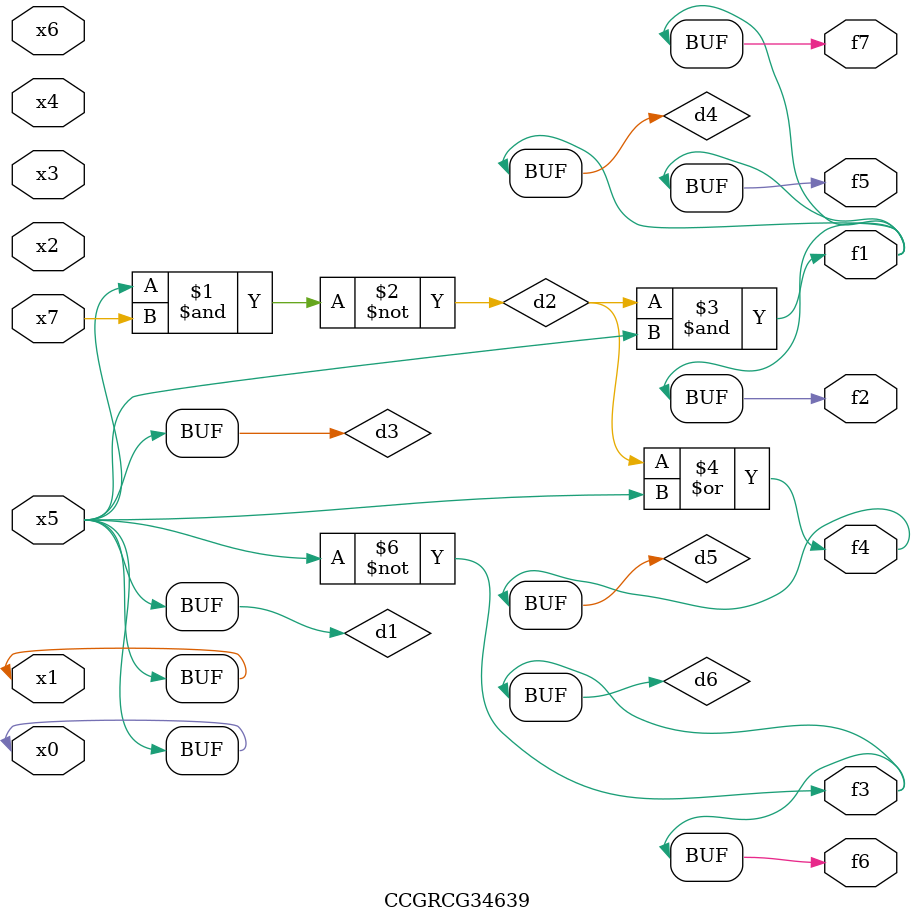
<source format=v>
module CCGRCG34639(
	input x0, x1, x2, x3, x4, x5, x6, x7,
	output f1, f2, f3, f4, f5, f6, f7
);

	wire d1, d2, d3, d4, d5, d6;

	buf (d1, x0, x5);
	nand (d2, x5, x7);
	buf (d3, x0, x1);
	and (d4, d2, d3);
	or (d5, d2, d3);
	nor (d6, d1, d3);
	assign f1 = d4;
	assign f2 = d4;
	assign f3 = d6;
	assign f4 = d5;
	assign f5 = d4;
	assign f6 = d6;
	assign f7 = d4;
endmodule

</source>
